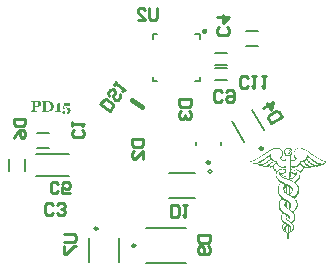
<source format=gbo>
G04*
G04 #@! TF.GenerationSoftware,Altium Limited,Altium Designer,23.1.1 (15)*
G04*
G04 Layer_Color=32896*
%FSLAX44Y44*%
%MOMM*%
G71*
G04*
G04 #@! TF.SameCoordinates,B54EA911-69F6-478F-8CB3-DEBD2400B795*
G04*
G04*
G04 #@! TF.FilePolarity,Positive*
G04*
G01*
G75*
%ADD10C,0.2000*%
%ADD11C,0.2500*%
%ADD13C,0.2540*%
%ADD51C,0.4000*%
%ADD85C,0.1270*%
G36*
X1231942Y885298D02*
X1231619D01*
Y884975D01*
X1231296D01*
Y884652D01*
X1230973D01*
Y884329D01*
X1230650D01*
Y884975D01*
X1230973D01*
Y885298D01*
X1231296D01*
Y885621D01*
X1231942D01*
Y885298D01*
D02*
G37*
G36*
X1236788Y886268D02*
X1238080D01*
Y885945D01*
X1239049D01*
Y885621D01*
X1239695D01*
Y885298D01*
X1240341D01*
Y884975D01*
X1240664D01*
Y884652D01*
X1241310D01*
Y884329D01*
X1241956D01*
Y884006D01*
X1242280D01*
Y883683D01*
X1242602D01*
Y883360D01*
X1243249D01*
Y883037D01*
X1243572D01*
Y882714D01*
X1243895D01*
Y882391D01*
X1244541D01*
Y882068D01*
X1244864D01*
Y881745D01*
X1245510D01*
Y881422D01*
X1245833D01*
Y881099D01*
X1246156D01*
Y880776D01*
X1246802D01*
Y880453D01*
X1247125D01*
Y880130D01*
X1247771D01*
Y879807D01*
X1248094D01*
Y879484D01*
X1248740D01*
Y879161D01*
X1249063D01*
Y878838D01*
X1249710D01*
Y878514D01*
X1250033D01*
Y878191D01*
X1250679D01*
Y877868D01*
X1251325D01*
Y877545D01*
X1251648D01*
Y877222D01*
X1252294D01*
Y876899D01*
X1252940D01*
Y876576D01*
X1253586D01*
Y876253D01*
X1254232D01*
Y875930D01*
X1254878D01*
Y875607D01*
X1257463D01*
Y874638D01*
X1257140D01*
Y873992D01*
X1256817D01*
Y873669D01*
X1256494D01*
Y873346D01*
X1256171D01*
Y873023D01*
X1255847D01*
Y872700D01*
X1255201D01*
Y872377D01*
X1254555D01*
Y872054D01*
X1252617D01*
Y871730D01*
X1251648D01*
Y871407D01*
X1251002D01*
Y871084D01*
X1250033D01*
Y870761D01*
X1249063D01*
Y871084D01*
X1248094D01*
Y870761D01*
X1247125D01*
Y870438D01*
X1246479D01*
Y870115D01*
X1244218D01*
Y869792D01*
X1240664D01*
Y869469D01*
X1238726D01*
Y869146D01*
X1238403D01*
Y868500D01*
X1238080D01*
Y867854D01*
X1237757D01*
Y867531D01*
X1237434D01*
Y867208D01*
X1237111D01*
Y866885D01*
X1236788D01*
Y866562D01*
X1236465D01*
Y866239D01*
X1236142D01*
Y865916D01*
X1235818D01*
Y865593D01*
X1235495D01*
Y862362D01*
X1235172D01*
Y861716D01*
X1234849D01*
Y860747D01*
X1234526D01*
Y860424D01*
X1234203D01*
Y860101D01*
X1233880D01*
Y859455D01*
X1233557D01*
Y859132D01*
X1233234D01*
Y858809D01*
X1232911D01*
Y858485D01*
X1232588D01*
Y858162D01*
X1232265D01*
Y857839D01*
X1231942D01*
Y857516D01*
X1231619D01*
Y856870D01*
X1231942D01*
Y856547D01*
X1232265D01*
Y856224D01*
X1232588D01*
Y855901D01*
X1232911D01*
Y855255D01*
X1233234D01*
Y854932D01*
X1233557D01*
Y854286D01*
X1233880D01*
Y853640D01*
X1234203D01*
Y851378D01*
X1234526D01*
Y850732D01*
X1234203D01*
Y848148D01*
X1233880D01*
Y847502D01*
X1233557D01*
Y846856D01*
X1233234D01*
Y846533D01*
X1232911D01*
Y845887D01*
X1232588D01*
Y845564D01*
X1232265D01*
Y845240D01*
X1231942D01*
Y844917D01*
X1231619D01*
Y844594D01*
X1231296D01*
Y844271D01*
X1230650D01*
Y843948D01*
X1230973D01*
Y843625D01*
X1231296D01*
Y842979D01*
X1231942D01*
Y842333D01*
X1232265D01*
Y842010D01*
X1232588D01*
Y841687D01*
X1232911D01*
Y840395D01*
X1233234D01*
Y836841D01*
X1232911D01*
Y835872D01*
X1232588D01*
Y835226D01*
X1232265D01*
Y834580D01*
X1231942D01*
Y834257D01*
X1231619D01*
Y833934D01*
X1231296D01*
Y833611D01*
X1230973D01*
Y833288D01*
X1230650D01*
Y832965D01*
X1230327D01*
Y832642D01*
X1230004D01*
Y832319D01*
X1229681D01*
Y831673D01*
X1230004D01*
Y831349D01*
X1230327D01*
Y831026D01*
X1230650D01*
Y830057D01*
X1230973D01*
Y829411D01*
X1231296D01*
Y826827D01*
X1230973D01*
Y825858D01*
X1230650D01*
Y825211D01*
X1230327D01*
Y824565D01*
X1230004D01*
Y824242D01*
X1229681D01*
Y823919D01*
X1229358D01*
Y823596D01*
X1229035D01*
Y822950D01*
X1228711D01*
Y822304D01*
X1229035D01*
Y821981D01*
X1229358D01*
Y821335D01*
X1229681D01*
Y820366D01*
X1230004D01*
Y818751D01*
X1229681D01*
Y817458D01*
X1229358D01*
Y816812D01*
X1229035D01*
Y816166D01*
X1228711D01*
Y815843D01*
X1228388D01*
Y815520D01*
X1227742D01*
Y815197D01*
X1226773D01*
Y814874D01*
X1225804D01*
Y811643D01*
X1225481D01*
Y809705D01*
X1224512D01*
Y810351D01*
X1224189D01*
Y814551D01*
X1223866D01*
Y814874D01*
X1222897D01*
Y815197D01*
X1222251D01*
Y815520D01*
X1221927D01*
Y815843D01*
X1221604D01*
Y816166D01*
X1221281D01*
Y816489D01*
X1220958D01*
Y817135D01*
X1220635D01*
Y818427D01*
X1220312D01*
Y821012D01*
X1220635D01*
Y821658D01*
X1220958D01*
Y822304D01*
X1221281D01*
Y822950D01*
X1220958D01*
Y823596D01*
X1220635D01*
Y823919D01*
X1220312D01*
Y824242D01*
X1219989D01*
Y824565D01*
X1219666D01*
Y825535D01*
X1219343D01*
Y826504D01*
X1219020D01*
Y829411D01*
X1219343D01*
Y830057D01*
X1219666D01*
Y830703D01*
X1219989D01*
Y831673D01*
X1219666D01*
Y832319D01*
X1219343D01*
Y832642D01*
X1219020D01*
Y832965D01*
X1218697D01*
Y833611D01*
X1218374D01*
Y833934D01*
X1218051D01*
Y834257D01*
X1217728D01*
Y834903D01*
X1217405D01*
Y835872D01*
X1217082D01*
Y840395D01*
X1217405D01*
Y841041D01*
X1217728D01*
Y841687D01*
X1218051D01*
Y842010D01*
X1218374D01*
Y842656D01*
X1218697D01*
Y842979D01*
X1219020D01*
Y843302D01*
X1219343D01*
Y843948D01*
X1219020D01*
Y844271D01*
X1218697D01*
Y844917D01*
X1218374D01*
Y845240D01*
X1218051D01*
Y845564D01*
X1217728D01*
Y846210D01*
X1217405D01*
Y846856D01*
X1217082D01*
Y847502D01*
X1216759D01*
Y850409D01*
X1216436D01*
Y852671D01*
X1216759D01*
Y854286D01*
X1217082D01*
Y854932D01*
X1217405D01*
Y855255D01*
X1217728D01*
Y855901D01*
X1218051D01*
Y856224D01*
X1218374D01*
Y856547D01*
X1218697D01*
Y857193D01*
X1218374D01*
Y857516D01*
X1218051D01*
Y857839D01*
X1217728D01*
Y858162D01*
X1217405D01*
Y858485D01*
X1217082D01*
Y858809D01*
X1216759D01*
Y859132D01*
X1216436D01*
Y859455D01*
X1216113D01*
Y860101D01*
X1215789D01*
Y860424D01*
X1215467D01*
Y861070D01*
X1215143D01*
Y862039D01*
X1214820D01*
Y865269D01*
X1215143D01*
Y866239D01*
X1214820D01*
Y866562D01*
X1214497D01*
Y866885D01*
X1213851D01*
Y867208D01*
X1213528D01*
Y867854D01*
X1213205D01*
Y868500D01*
X1212882D01*
Y869146D01*
X1212559D01*
Y869792D01*
X1212236D01*
Y870438D01*
X1211267D01*
Y870115D01*
X1210298D01*
Y869792D01*
X1209329D01*
Y870115D01*
X1208359D01*
Y870438D01*
X1207067D01*
Y870761D01*
X1204160D01*
Y871084D01*
X1203514D01*
Y871407D01*
X1202221D01*
Y871730D01*
X1200606D01*
Y872054D01*
X1199960D01*
Y872377D01*
X1199314D01*
Y872700D01*
X1198668D01*
Y873023D01*
X1196730D01*
Y873346D01*
X1195760D01*
Y873669D01*
X1195114D01*
Y873992D01*
X1194468D01*
Y874315D01*
X1194145D01*
Y874638D01*
X1193822D01*
Y874961D01*
X1193176D01*
Y875607D01*
X1194468D01*
Y875930D01*
X1195437D01*
Y876253D01*
X1196084D01*
Y876576D01*
X1196730D01*
Y876899D01*
X1197376D01*
Y877222D01*
X1198022D01*
Y877545D01*
X1198668D01*
Y877868D01*
X1199314D01*
Y878191D01*
X1199960D01*
Y878514D01*
X1200283D01*
Y878838D01*
X1200929D01*
Y879161D01*
X1201252D01*
Y879484D01*
X1201898D01*
Y879807D01*
X1202544D01*
Y880130D01*
X1202868D01*
Y880453D01*
X1203514D01*
Y880776D01*
X1203837D01*
Y881099D01*
X1204160D01*
Y881422D01*
X1204806D01*
Y881745D01*
X1205129D01*
Y882068D01*
X1205775D01*
Y882391D01*
X1206098D01*
Y882714D01*
X1206744D01*
Y883037D01*
X1207067D01*
Y883360D01*
X1207713D01*
Y883683D01*
X1208036D01*
Y884006D01*
X1208682D01*
Y884329D01*
X1209006D01*
Y884652D01*
X1209652D01*
Y884975D01*
X1209975D01*
Y885298D01*
X1210621D01*
Y885621D01*
X1210944D01*
Y885945D01*
X1211913D01*
Y886268D01*
X1212559D01*
Y886591D01*
X1217405D01*
Y886268D01*
X1218051D01*
Y885945D01*
X1218697D01*
Y885621D01*
X1219020D01*
Y885298D01*
X1219343D01*
Y884975D01*
X1219666D01*
Y884652D01*
X1219989D01*
Y884329D01*
X1220312D01*
Y883683D01*
X1220635D01*
Y883037D01*
X1220958D01*
Y880130D01*
X1220635D01*
Y879484D01*
X1220312D01*
Y878838D01*
X1219989D01*
Y878514D01*
X1219666D01*
Y878191D01*
X1219343D01*
Y877222D01*
X1219666D01*
Y876899D01*
X1219989D01*
Y876576D01*
X1220312D01*
Y876253D01*
X1221927D01*
Y876576D01*
X1222573D01*
Y877222D01*
X1222897D01*
Y879807D01*
X1222573D01*
Y881099D01*
X1222251D01*
Y881745D01*
X1221927D01*
Y884652D01*
X1222251D01*
Y885298D01*
X1222573D01*
Y885621D01*
X1222897D01*
Y885945D01*
X1223543D01*
Y886268D01*
X1223866D01*
Y886591D01*
X1226773D01*
Y886268D01*
X1227419D01*
Y885945D01*
X1227742D01*
Y885621D01*
X1228065D01*
Y884975D01*
X1228388D01*
Y884006D01*
X1228711D01*
Y883037D01*
X1228388D01*
Y881745D01*
X1228065D01*
Y881099D01*
X1227742D01*
Y876576D01*
X1230650D01*
Y876899D01*
X1231296D01*
Y877545D01*
X1230973D01*
Y878191D01*
X1230650D01*
Y878514D01*
X1230327D01*
Y879161D01*
X1230004D01*
Y880130D01*
X1229681D01*
Y883037D01*
X1230004D01*
Y883683D01*
X1230327D01*
Y884329D01*
X1230650D01*
Y883360D01*
X1230327D01*
Y880776D01*
X1230650D01*
Y880130D01*
X1230973D01*
Y879484D01*
X1231296D01*
Y879161D01*
X1231619D01*
Y878838D01*
X1231942D01*
Y878514D01*
X1232265D01*
Y878191D01*
X1232588D01*
Y877868D01*
X1232265D01*
Y877222D01*
X1231942D01*
Y876899D01*
X1231619D01*
Y876576D01*
X1231296D01*
Y876253D01*
X1230973D01*
Y875930D01*
X1230327D01*
Y875607D01*
X1228388D01*
Y875930D01*
X1227419D01*
Y871730D01*
X1227742D01*
Y871407D01*
X1228388D01*
Y871084D01*
X1230973D01*
Y871407D01*
X1232265D01*
Y871730D01*
X1232588D01*
Y872054D01*
X1233234D01*
Y872377D01*
X1233557D01*
Y872700D01*
X1233880D01*
Y873023D01*
X1234203D01*
Y873669D01*
X1234526D01*
Y874315D01*
X1234849D01*
Y875607D01*
X1234526D01*
Y875930D01*
X1237757D01*
Y876253D01*
X1238403D01*
Y876576D01*
X1239049D01*
Y876899D01*
X1239372D01*
Y877222D01*
X1239695D01*
Y877545D01*
X1240018D01*
Y878191D01*
X1240341D01*
Y878838D01*
X1240664D01*
Y879807D01*
X1240987D01*
Y881099D01*
X1240664D01*
Y881422D01*
X1241310D01*
Y880776D01*
X1241633D01*
Y880453D01*
X1241956D01*
Y879807D01*
X1242280D01*
Y879484D01*
X1242602D01*
Y879161D01*
X1243249D01*
Y878838D01*
X1243572D01*
Y878514D01*
X1243895D01*
Y878191D01*
X1244218D01*
Y877868D01*
X1244541D01*
Y877545D01*
X1245187D01*
Y877222D01*
X1245510D01*
Y876899D01*
X1245833D01*
Y876576D01*
X1246479D01*
Y876253D01*
X1246802D01*
Y875930D01*
X1247448D01*
Y875607D01*
X1247771D01*
Y875284D01*
X1248417D01*
Y874961D01*
X1249063D01*
Y874638D01*
X1249710D01*
Y874315D01*
X1250356D01*
Y873992D01*
X1251325D01*
Y873669D01*
X1252940D01*
Y873346D01*
X1254878D01*
Y873669D01*
X1255525D01*
Y873992D01*
X1255847D01*
Y874315D01*
X1256171D01*
Y874961D01*
X1255525D01*
Y875284D01*
X1254555D01*
Y875607D01*
X1253586D01*
Y875930D01*
X1252940D01*
Y876253D01*
X1252617D01*
Y876576D01*
X1251971D01*
Y876899D01*
X1251325D01*
Y877222D01*
X1250679D01*
Y877545D01*
X1250033D01*
Y877868D01*
X1249710D01*
Y878191D01*
X1249063D01*
Y878514D01*
X1248417D01*
Y878838D01*
X1248094D01*
Y879161D01*
X1247448D01*
Y879484D01*
X1247125D01*
Y879807D01*
X1246802D01*
Y880130D01*
X1246156D01*
Y880453D01*
X1245833D01*
Y880776D01*
X1245187D01*
Y881099D01*
X1244864D01*
Y881422D01*
X1244218D01*
Y881745D01*
X1243895D01*
Y882068D01*
X1243572D01*
Y882391D01*
X1242926D01*
Y882714D01*
X1242602D01*
Y883037D01*
X1241956D01*
Y883360D01*
X1241633D01*
Y883683D01*
X1240987D01*
Y884006D01*
X1240664D01*
Y884329D01*
X1240018D01*
Y884652D01*
X1239372D01*
Y884975D01*
X1238726D01*
Y885298D01*
X1238080D01*
Y885621D01*
X1237111D01*
Y885945D01*
X1236142D01*
Y886268D01*
X1233557D01*
Y885945D01*
X1232588D01*
Y885621D01*
X1231942D01*
Y885945D01*
X1232265D01*
Y886268D01*
X1233234D01*
Y886591D01*
X1236788D01*
Y886268D01*
D02*
G37*
G36*
X1031750Y924495D02*
Y924437D01*
X1031736Y924349D01*
Y924232D01*
X1031721Y924086D01*
Y923910D01*
X1031706Y923720D01*
Y923515D01*
Y923486D01*
Y923427D01*
Y923310D01*
Y923179D01*
X1031692Y923032D01*
Y922857D01*
Y922520D01*
Y918731D01*
Y918716D01*
Y918687D01*
Y918643D01*
X1031706Y918599D01*
X1031736Y918453D01*
X1031780Y918321D01*
X1031794Y918292D01*
X1031853Y918234D01*
X1031941Y918146D01*
X1032072Y918073D01*
X1032087D01*
X1032102Y918058D01*
X1032145Y918043D01*
X1032204Y918014D01*
X1032277Y917999D01*
X1032380Y917970D01*
X1032497Y917941D01*
X1032628Y917912D01*
X1032643D01*
X1032687Y917897D01*
X1032760D01*
X1032848Y917882D01*
X1033038Y917868D01*
X1033140Y917853D01*
X1033214D01*
Y917370D01*
X1027903D01*
Y917853D01*
X1028049D01*
X1028137Y917868D01*
X1028239D01*
X1028371Y917882D01*
X1028517Y917897D01*
X1028532D01*
X1028590Y917912D01*
X1028663Y917926D01*
X1028751Y917941D01*
X1028941Y917970D01*
X1029015Y917999D01*
X1029088Y918014D01*
X1029102D01*
X1029117Y918029D01*
X1029205Y918058D01*
X1029293Y918131D01*
X1029395Y918234D01*
Y918248D01*
X1029410Y918263D01*
X1029454Y918351D01*
X1029497Y918482D01*
X1029512Y918658D01*
Y922769D01*
X1027873D01*
Y923383D01*
X1028429D01*
X1028561Y923398D01*
X1028707Y923413D01*
X1028868Y923427D01*
X1029190Y923501D01*
X1029205D01*
X1029263Y923515D01*
X1029336Y923544D01*
X1029424Y923588D01*
X1029658Y923676D01*
X1029878Y923793D01*
X1029892Y923808D01*
X1029922Y923822D01*
X1029980Y923866D01*
X1030039Y923910D01*
X1030185Y924027D01*
X1030331Y924159D01*
X1030346Y924174D01*
X1030361Y924188D01*
X1030434Y924276D01*
X1030521Y924393D01*
X1030609Y924510D01*
X1031750D01*
Y924495D01*
D02*
G37*
G36*
X1021714Y926485D02*
X1021933Y926470D01*
X1022182Y926456D01*
X1022460Y926412D01*
X1022767Y926368D01*
X1023089Y926295D01*
X1023104D01*
X1023133Y926280D01*
X1023177Y926266D01*
X1023235Y926251D01*
X1023323Y926236D01*
X1023411Y926207D01*
X1023645Y926119D01*
X1023894Y926017D01*
X1024186Y925900D01*
X1024494Y925739D01*
X1024801Y925549D01*
X1024816D01*
X1024845Y925519D01*
X1024889Y925490D01*
X1024933Y925446D01*
X1025094Y925329D01*
X1025284Y925168D01*
X1025503Y924949D01*
X1025723Y924700D01*
X1025942Y924408D01*
X1026147Y924086D01*
Y924071D01*
X1026176Y924042D01*
X1026191Y923998D01*
X1026235Y923925D01*
X1026264Y923837D01*
X1026308Y923735D01*
X1026367Y923603D01*
X1026410Y923471D01*
X1026454Y923310D01*
X1026513Y923149D01*
X1026586Y922769D01*
X1026644Y922330D01*
X1026674Y921862D01*
Y921847D01*
Y921818D01*
Y921745D01*
Y921672D01*
X1026659Y921569D01*
X1026644Y921452D01*
X1026615Y921174D01*
X1026557Y920867D01*
X1026484Y920516D01*
X1026367Y920179D01*
X1026206Y919843D01*
Y919828D01*
X1026191Y919799D01*
X1026162Y919755D01*
X1026118Y919697D01*
X1026015Y919550D01*
X1025884Y919345D01*
X1025708Y919126D01*
X1025503Y918892D01*
X1025269Y918658D01*
X1024991Y918438D01*
X1024977D01*
X1024962Y918409D01*
X1024918Y918380D01*
X1024859Y918351D01*
X1024786Y918307D01*
X1024699Y918248D01*
X1024479Y918131D01*
X1024216Y917999D01*
X1023923Y917868D01*
X1023587Y917751D01*
X1023235Y917634D01*
X1023221D01*
X1023192Y917619D01*
X1023133Y917605D01*
X1023060Y917590D01*
X1022972Y917575D01*
X1022870Y917546D01*
X1022753Y917531D01*
X1022606Y917502D01*
X1022299Y917458D01*
X1021948Y917414D01*
X1021568Y917385D01*
X1021173Y917370D01*
X1016579D01*
Y917868D01*
X1016725D01*
X1016886Y917882D01*
X1017091Y917897D01*
X1017135D01*
X1017193Y917912D01*
X1017252D01*
X1017398Y917941D01*
X1017457Y917956D01*
X1017500Y917970D01*
X1017515D01*
X1017544Y917985D01*
X1017632Y918043D01*
X1017735Y918131D01*
X1017822Y918234D01*
Y918248D01*
X1017837Y918263D01*
X1017881Y918351D01*
X1017910Y918468D01*
X1017925Y918629D01*
Y925110D01*
Y925125D01*
Y925154D01*
X1017910Y925241D01*
X1017895Y925373D01*
X1017837Y925505D01*
Y925519D01*
X1017822Y925534D01*
X1017764Y925607D01*
X1017661Y925710D01*
X1017588Y925754D01*
X1017500Y925798D01*
X1017486D01*
X1017457Y925812D01*
X1017413Y925827D01*
X1017354Y925856D01*
X1017193Y925900D01*
X1016988Y925944D01*
X1016974D01*
X1016945Y925958D01*
X1016901D01*
X1016842Y925973D01*
X1016710Y925988D01*
X1016579Y926002D01*
Y926500D01*
X1021553D01*
X1021714Y926485D01*
D02*
G37*
G36*
X1012658D02*
X1012804D01*
X1012980Y926470D01*
X1013170Y926456D01*
X1013375Y926427D01*
X1013799Y926368D01*
X1014238Y926266D01*
X1014662Y926119D01*
X1014852Y926032D01*
X1015028Y925929D01*
X1015042D01*
X1015072Y925900D01*
X1015116Y925871D01*
X1015160Y925827D01*
X1015306Y925695D01*
X1015467Y925505D01*
X1015628Y925271D01*
X1015774Y924978D01*
X1015818Y924803D01*
X1015862Y924627D01*
X1015891Y924422D01*
X1015906Y924217D01*
Y924203D01*
Y924188D01*
Y924144D01*
Y924086D01*
X1015891Y923939D01*
X1015862Y923764D01*
X1015833Y923559D01*
X1015774Y923325D01*
X1015686Y923105D01*
X1015584Y922886D01*
X1015569Y922857D01*
X1015525Y922798D01*
X1015452Y922696D01*
X1015350Y922564D01*
X1015233Y922418D01*
X1015072Y922272D01*
X1014911Y922125D01*
X1014706Y921979D01*
X1014677Y921964D01*
X1014604Y921920D01*
X1014487Y921862D01*
X1014326Y921774D01*
X1014121Y921686D01*
X1013901Y921599D01*
X1013653Y921525D01*
X1013375Y921452D01*
X1013345D01*
X1013301Y921438D01*
X1013243Y921423D01*
X1013097Y921408D01*
X1012892Y921379D01*
X1012643Y921350D01*
X1012350Y921335D01*
X1012043Y921306D01*
X1010961D01*
Y918731D01*
Y918716D01*
Y918687D01*
Y918643D01*
X1010975Y918599D01*
X1011004Y918453D01*
X1011048Y918321D01*
X1011063Y918292D01*
X1011122Y918219D01*
X1011224Y918131D01*
X1011297Y918087D01*
X1011385Y918043D01*
X1011414D01*
X1011487Y918014D01*
X1011531Y917999D01*
X1011604Y917985D01*
X1011692Y917956D01*
X1011795Y917941D01*
X1011809D01*
X1011853Y917926D01*
X1011897D01*
X1011970Y917912D01*
X1012146Y917882D01*
X1012307Y917868D01*
Y917370D01*
X1007332D01*
Y917868D01*
X1007405D01*
X1007464Y917882D01*
X1007610Y917897D01*
X1007815Y917912D01*
X1007830D01*
X1007874Y917926D01*
X1007917D01*
X1007991Y917941D01*
X1008137Y917970D01*
X1008195Y917985D01*
X1008254Y917999D01*
X1008269D01*
X1008298Y918014D01*
X1008386Y918073D01*
X1008503Y918146D01*
X1008547Y918190D01*
X1008590Y918248D01*
X1008605Y918278D01*
X1008634Y918351D01*
X1008664Y918482D01*
X1008678Y918672D01*
Y925110D01*
Y925125D01*
Y925154D01*
Y925198D01*
X1008664Y925241D01*
X1008649Y925373D01*
X1008590Y925505D01*
Y925519D01*
X1008576Y925534D01*
X1008517Y925607D01*
X1008474Y925651D01*
X1008415Y925695D01*
X1008342Y925739D01*
X1008254Y925783D01*
X1008239D01*
X1008225Y925798D01*
X1008181Y925812D01*
X1008122Y925827D01*
X1007976Y925871D01*
X1007771Y925915D01*
X1007757D01*
X1007727Y925929D01*
X1007669D01*
X1007610Y925944D01*
X1007464Y925973D01*
X1007332Y926002D01*
Y926500D01*
X1012541D01*
X1012658Y926485D01*
D02*
G37*
G36*
X1040631Y922535D02*
X1035671D01*
X1035393Y920414D01*
X1035408Y920428D01*
X1035452Y920443D01*
X1035540Y920487D01*
X1035642Y920545D01*
X1035759Y920604D01*
X1035920Y920677D01*
X1036096Y920750D01*
X1036286Y920823D01*
X1036315Y920838D01*
X1036388Y920852D01*
X1036491Y920882D01*
X1036652Y920926D01*
X1036842Y920969D01*
X1037061Y920999D01*
X1037310Y921013D01*
X1037573Y921028D01*
X1037778D01*
X1037924Y921013D01*
X1038100Y920999D01*
X1038290Y920969D01*
X1038700Y920896D01*
X1038729D01*
X1038802Y920867D01*
X1038905Y920838D01*
X1039051Y920794D01*
X1039212Y920721D01*
X1039388Y920648D01*
X1039592Y920545D01*
X1039782Y920428D01*
X1039797Y920414D01*
X1039870Y920370D01*
X1039958Y920296D01*
X1040061Y920194D01*
X1040192Y920077D01*
X1040324Y919916D01*
X1040455Y919755D01*
X1040587Y919550D01*
X1040602Y919521D01*
X1040646Y919448D01*
X1040690Y919331D01*
X1040763Y919184D01*
X1040821Y918980D01*
X1040865Y918760D01*
X1040909Y918497D01*
X1040924Y918204D01*
Y918190D01*
Y918146D01*
Y918073D01*
X1040909Y917970D01*
X1040894Y917853D01*
X1040865Y917707D01*
X1040836Y917561D01*
X1040792Y917385D01*
X1040733Y917209D01*
X1040660Y917034D01*
X1040573Y916829D01*
X1040455Y916639D01*
X1040339Y916449D01*
X1040192Y916258D01*
X1040017Y916083D01*
X1039826Y915907D01*
X1039812Y915893D01*
X1039782Y915863D01*
X1039709Y915820D01*
X1039622Y915761D01*
X1039519Y915703D01*
X1039388Y915615D01*
X1039241Y915542D01*
X1039066Y915454D01*
X1038875Y915366D01*
X1038656Y915293D01*
X1038422Y915205D01*
X1038173Y915147D01*
X1037910Y915088D01*
X1037632Y915044D01*
X1037325Y915015D01*
X1037017Y915000D01*
X1036886D01*
X1036798Y915015D01*
X1036681D01*
X1036549Y915030D01*
X1036403Y915044D01*
X1036257Y915073D01*
X1035906Y915147D01*
X1035540Y915234D01*
X1035174Y915381D01*
X1034823Y915571D01*
X1034808D01*
X1034779Y915600D01*
X1034735Y915629D01*
X1034691Y915673D01*
X1034545Y915790D01*
X1034384Y915951D01*
X1034223Y916156D01*
X1034077Y916376D01*
X1034033Y916507D01*
X1033989Y916639D01*
X1033960Y916770D01*
X1033945Y916917D01*
Y916932D01*
Y916990D01*
X1033960Y917078D01*
X1033974Y917180D01*
X1034018Y917297D01*
X1034062Y917429D01*
X1034135Y917561D01*
X1034223Y917678D01*
X1034238Y917692D01*
X1034281Y917721D01*
X1034340Y917780D01*
X1034428Y917839D01*
X1034545Y917897D01*
X1034677Y917956D01*
X1034837Y917985D01*
X1035013Y917999D01*
X1035101D01*
X1035189Y917985D01*
X1035306Y917970D01*
X1035437Y917926D01*
X1035569Y917882D01*
X1035701Y917809D01*
X1035832Y917721D01*
X1035847Y917707D01*
X1035891Y917678D01*
X1035935Y917605D01*
X1036008Y917531D01*
X1036066Y917414D01*
X1036110Y917297D01*
X1036154Y917151D01*
X1036169Y916990D01*
Y916975D01*
Y916932D01*
Y916873D01*
X1036154Y916785D01*
X1036140Y916683D01*
X1036125Y916566D01*
X1036052Y916288D01*
Y916273D01*
X1036037Y916229D01*
X1036022Y916156D01*
X1035993Y916068D01*
X1035935Y915878D01*
X1035906Y915790D01*
X1035876Y915703D01*
X1035906Y915688D01*
X1035979Y915673D01*
X1036081Y915644D01*
X1036227Y915615D01*
X1036271D01*
X1036359Y915600D01*
X1036491Y915585D01*
X1036681D01*
X1036754Y915600D01*
X1036856Y915615D01*
X1036959Y915629D01*
X1037076Y915659D01*
X1037208Y915703D01*
X1037339Y915761D01*
X1037354Y915776D01*
X1037398Y915790D01*
X1037471Y915834D01*
X1037544Y915878D01*
X1037646Y915951D01*
X1037734Y916039D01*
X1037837Y916127D01*
X1037939Y916244D01*
X1037954Y916258D01*
X1037983Y916302D01*
X1038042Y916376D01*
X1038100Y916478D01*
X1038173Y916610D01*
X1038246Y916756D01*
X1038319Y916917D01*
X1038378Y917092D01*
X1038393Y917122D01*
X1038407Y917180D01*
X1038437Y917283D01*
X1038466Y917414D01*
X1038495Y917575D01*
X1038510Y917765D01*
X1038539Y917970D01*
Y918204D01*
Y918219D01*
Y918248D01*
Y918292D01*
Y918351D01*
X1038510Y918526D01*
X1038480Y918731D01*
X1038422Y918965D01*
X1038334Y919214D01*
X1038202Y919463D01*
X1038042Y919697D01*
X1038027Y919726D01*
X1037954Y919784D01*
X1037851Y919887D01*
X1037705Y919989D01*
X1037529Y920092D01*
X1037310Y920194D01*
X1037076Y920253D01*
X1036798Y920282D01*
X1036695D01*
X1036593Y920267D01*
X1036447Y920253D01*
X1036286Y920223D01*
X1036125Y920179D01*
X1035949Y920121D01*
X1035788Y920033D01*
X1035774Y920018D01*
X1035715Y919989D01*
X1035642Y919931D01*
X1035540Y919857D01*
X1035437Y919770D01*
X1035306Y919667D01*
X1035174Y919536D01*
X1035057Y919404D01*
X1034574Y919565D01*
X1035203Y924305D01*
X1040631D01*
Y922535D01*
D02*
G37*
%LPC*%
G36*
X1225804Y885945D02*
X1224189D01*
Y885621D01*
X1223543D01*
Y885298D01*
X1223220D01*
Y884975D01*
X1222897D01*
Y884652D01*
X1222573D01*
Y882068D01*
X1222897D01*
Y881745D01*
X1223220D01*
Y881422D01*
X1223543D01*
Y881099D01*
X1223866D01*
Y880776D01*
X1224512D01*
Y880453D01*
X1225804D01*
Y880776D01*
X1226773D01*
Y881099D01*
X1227096D01*
Y881422D01*
X1227419D01*
Y882068D01*
X1227742D01*
Y883037D01*
X1228065D01*
Y883683D01*
X1227742D01*
Y884652D01*
X1227419D01*
Y884975D01*
X1227096D01*
Y885298D01*
X1226773D01*
Y885621D01*
X1225804D01*
Y885945D01*
D02*
G37*
G36*
X1209006Y879484D02*
X1208682D01*
Y879161D01*
X1208359D01*
Y878838D01*
X1208036D01*
Y878514D01*
X1207390D01*
Y878191D01*
X1207067D01*
Y877868D01*
X1206744D01*
Y877545D01*
X1206098D01*
Y877222D01*
X1205775D01*
Y876899D01*
X1205452D01*
Y876576D01*
X1204806D01*
Y876253D01*
X1204483D01*
Y875930D01*
X1204160D01*
Y875607D01*
X1203514D01*
Y875284D01*
X1203191D01*
Y874961D01*
X1202544D01*
Y874638D01*
X1201898D01*
Y874315D01*
X1201252D01*
Y873992D01*
X1200929D01*
Y873669D01*
X1199960D01*
Y873346D01*
X1199637D01*
Y873023D01*
X1199960D01*
Y872700D01*
X1203191D01*
Y873023D01*
X1203837D01*
Y873346D01*
X1204483D01*
Y873669D01*
X1205129D01*
Y873992D01*
X1205452D01*
Y874315D01*
X1206098D01*
Y874638D01*
X1206421D01*
Y874961D01*
X1207067D01*
Y875284D01*
X1207390D01*
Y875607D01*
X1208036D01*
Y875930D01*
X1208359D01*
Y876253D01*
X1209006D01*
Y876576D01*
X1209329D01*
Y876899D01*
X1209652D01*
Y877222D01*
X1209975D01*
Y877545D01*
X1209652D01*
Y878514D01*
X1209329D01*
Y879161D01*
X1209006D01*
Y879484D01*
D02*
G37*
G36*
X1242280Y878514D02*
X1241310D01*
Y876899D01*
X1241633D01*
Y876253D01*
X1241956D01*
Y875930D01*
X1242280D01*
Y875607D01*
X1242602D01*
Y875284D01*
X1243249D01*
Y874961D01*
X1243572D01*
Y874638D01*
X1243895D01*
Y874315D01*
X1244218D01*
Y873992D01*
X1244864D01*
Y873669D01*
X1245187D01*
Y873346D01*
X1245833D01*
Y873023D01*
X1246479D01*
Y872700D01*
X1247125D01*
Y872377D01*
X1247771D01*
Y872054D01*
X1249387D01*
Y871730D01*
X1249710D01*
Y872054D01*
X1250356D01*
Y872700D01*
X1250033D01*
Y873023D01*
X1249710D01*
Y873346D01*
X1249063D01*
Y873669D01*
X1248417D01*
Y873992D01*
X1248094D01*
Y874315D01*
X1247448D01*
Y874638D01*
X1247125D01*
Y874961D01*
X1246479D01*
Y875284D01*
X1246156D01*
Y875607D01*
X1245510D01*
Y875930D01*
X1245187D01*
Y876253D01*
X1244864D01*
Y876576D01*
X1244218D01*
Y876899D01*
X1243895D01*
Y877222D01*
X1243572D01*
Y877545D01*
X1243249D01*
Y877868D01*
X1242926D01*
Y878191D01*
X1242280D01*
Y878514D01*
D02*
G37*
G36*
X1210944Y876576D02*
X1209975D01*
Y876253D01*
X1209329D01*
Y875930D01*
X1209006D01*
Y875607D01*
X1208682D01*
Y875284D01*
X1208359D01*
Y874961D01*
X1208036D01*
Y874638D01*
X1207713D01*
Y874315D01*
X1207067D01*
Y873992D01*
X1206744D01*
Y873669D01*
X1206421D01*
Y873346D01*
X1205775D01*
Y873023D01*
X1205452D01*
Y872700D01*
X1204806D01*
Y872377D01*
X1204160D01*
Y872054D01*
X1203837D01*
Y871407D01*
X1206421D01*
Y871730D01*
X1207390D01*
Y872054D01*
X1207713D01*
Y872377D01*
X1208359D01*
Y872700D01*
X1208682D01*
Y873023D01*
X1209329D01*
Y873346D01*
X1209652D01*
Y873669D01*
X1210298D01*
Y873992D01*
X1210621D01*
Y874315D01*
X1210944D01*
Y874638D01*
X1211267D01*
Y874961D01*
X1211913D01*
Y875607D01*
X1211590D01*
Y875930D01*
X1211267D01*
Y876253D01*
X1210944D01*
Y876576D01*
D02*
G37*
G36*
X1240664Y876253D02*
X1240018D01*
Y875930D01*
X1239695D01*
Y875607D01*
X1239372D01*
Y875284D01*
X1239049D01*
Y874638D01*
X1239372D01*
Y874315D01*
X1239695D01*
Y873992D01*
X1240018D01*
Y873669D01*
X1240341D01*
Y873346D01*
X1240664D01*
Y873023D01*
X1240987D01*
Y872700D01*
X1241633D01*
Y872377D01*
X1241956D01*
Y872054D01*
X1242602D01*
Y871730D01*
X1243249D01*
Y871407D01*
X1244218D01*
Y871084D01*
X1246479D01*
Y871730D01*
X1246156D01*
Y872054D01*
X1245510D01*
Y872377D01*
X1244864D01*
Y872700D01*
X1244541D01*
Y873023D01*
X1244218D01*
Y873346D01*
X1243572D01*
Y873669D01*
X1243249D01*
Y873992D01*
X1242926D01*
Y874315D01*
X1242280D01*
Y874638D01*
X1241956D01*
Y874961D01*
X1241633D01*
Y875284D01*
X1241310D01*
Y875607D01*
X1240987D01*
Y875930D01*
X1240664D01*
Y876253D01*
D02*
G37*
G36*
X1217082Y885945D02*
X1212882D01*
Y885621D01*
X1212236D01*
Y885298D01*
X1211590D01*
Y884975D01*
X1210944D01*
Y884652D01*
X1210298D01*
Y884329D01*
X1209652D01*
Y884006D01*
X1209006D01*
Y883683D01*
X1208682D01*
Y883360D01*
X1208359D01*
Y883037D01*
X1207713D01*
Y882714D01*
X1207390D01*
Y882391D01*
X1206744D01*
Y882068D01*
X1206421D01*
Y881745D01*
X1205775D01*
Y881422D01*
X1205452D01*
Y881099D01*
X1204806D01*
Y880776D01*
X1204483D01*
Y880453D01*
X1204160D01*
Y880130D01*
X1203514D01*
Y879807D01*
X1203191D01*
Y879484D01*
X1202544D01*
Y879161D01*
X1201898D01*
Y878838D01*
X1201575D01*
Y878514D01*
X1200929D01*
Y878191D01*
X1200606D01*
Y877868D01*
X1199960D01*
Y877545D01*
X1199314D01*
Y877222D01*
X1198668D01*
Y876899D01*
X1198022D01*
Y876576D01*
X1197699D01*
Y876253D01*
X1196730D01*
Y875930D01*
X1196084D01*
Y875607D01*
X1195437D01*
Y875284D01*
X1194791D01*
Y874961D01*
X1194468D01*
Y874638D01*
X1194791D01*
Y874315D01*
X1195760D01*
Y873992D01*
X1198345D01*
Y874315D01*
X1199314D01*
Y874638D01*
X1199960D01*
Y874961D01*
X1200606D01*
Y875284D01*
X1201252D01*
Y875607D01*
X1201898D01*
Y875930D01*
X1202544D01*
Y876253D01*
X1202868D01*
Y876576D01*
X1203514D01*
Y876899D01*
X1203837D01*
Y877222D01*
X1204483D01*
Y877545D01*
X1205129D01*
Y877868D01*
X1205452D01*
Y878191D01*
X1206098D01*
Y878514D01*
X1206421D01*
Y878838D01*
X1207067D01*
Y879161D01*
X1207390D01*
Y879484D01*
X1207713D01*
Y879807D01*
X1208359D01*
Y880130D01*
X1208682D01*
Y880453D01*
X1209006D01*
Y880776D01*
X1209329D01*
Y881099D01*
X1209652D01*
Y881745D01*
X1209975D01*
Y881422D01*
X1210298D01*
Y879161D01*
X1210621D01*
Y878514D01*
X1210944D01*
Y877868D01*
X1211267D01*
Y877545D01*
X1211590D01*
Y877222D01*
X1211913D01*
Y876899D01*
X1212236D01*
Y876576D01*
X1212882D01*
Y876253D01*
X1213205D01*
Y875930D01*
X1214820D01*
Y875607D01*
X1216113D01*
Y875284D01*
X1215789D01*
Y873669D01*
X1216113D01*
Y873023D01*
X1216436D01*
Y872700D01*
X1216759D01*
Y872377D01*
X1217082D01*
Y872054D01*
X1217405D01*
Y871730D01*
X1217728D01*
Y871407D01*
X1218374D01*
Y871084D01*
X1219343D01*
Y870761D01*
X1221927D01*
Y871084D01*
X1222573D01*
Y871730D01*
X1222897D01*
Y875607D01*
Y875930D01*
X1222251D01*
Y875607D01*
X1219989D01*
Y875930D01*
X1219666D01*
Y876253D01*
X1219343D01*
Y876576D01*
X1219020D01*
Y876899D01*
X1218697D01*
Y877222D01*
X1218374D01*
Y877868D01*
X1218051D01*
Y878514D01*
X1218374D01*
Y878838D01*
X1218697D01*
Y879161D01*
X1219020D01*
Y879484D01*
X1219343D01*
Y879807D01*
X1219666D01*
Y880453D01*
X1219989D01*
Y881099D01*
X1220312D01*
Y883360D01*
X1219989D01*
Y884006D01*
X1219666D01*
Y884329D01*
X1219343D01*
Y884652D01*
X1219020D01*
Y884975D01*
X1218697D01*
Y885298D01*
X1218051D01*
Y885621D01*
X1217082D01*
Y885945D01*
D02*
G37*
G36*
X1213528Y875284D02*
X1212559D01*
Y874961D01*
X1212236D01*
Y874638D01*
X1211913D01*
Y874315D01*
X1211590D01*
Y873992D01*
X1211267D01*
Y873669D01*
X1210944D01*
Y873346D01*
X1210621D01*
Y873023D01*
X1210298D01*
Y872700D01*
X1209975D01*
Y872377D01*
X1209652D01*
Y872054D01*
X1209329D01*
Y871730D01*
X1208682D01*
Y871407D01*
X1208359D01*
Y871084D01*
X1208682D01*
Y870761D01*
X1209975D01*
Y871084D01*
X1210944D01*
Y871407D01*
X1211590D01*
Y871730D01*
X1212236D01*
Y872054D01*
X1212559D01*
Y872377D01*
X1212882D01*
Y872700D01*
X1213205D01*
Y873023D01*
X1213528D01*
Y873346D01*
X1213851D01*
Y873669D01*
X1214174D01*
Y873992D01*
X1214497D01*
Y874315D01*
Y874638D01*
Y874961D01*
X1213528D01*
Y875284D01*
D02*
G37*
G36*
X1238080Y874961D02*
X1236142D01*
Y873346D01*
X1236465D01*
Y873023D01*
X1236788D01*
Y872700D01*
X1237111D01*
Y872377D01*
X1237434D01*
Y872054D01*
X1237757D01*
Y871730D01*
X1238080D01*
Y871407D01*
X1238726D01*
Y871084D01*
X1239049D01*
Y870761D01*
X1240018D01*
Y870438D01*
X1241310D01*
Y870761D01*
X1241633D01*
Y871084D01*
X1241310D01*
Y871407D01*
X1240664D01*
Y871730D01*
X1240341D01*
Y872054D01*
X1240018D01*
Y872377D01*
X1239695D01*
Y873023D01*
X1239372D01*
Y873346D01*
X1239049D01*
Y873669D01*
X1238726D01*
Y873992D01*
X1238403D01*
Y874638D01*
X1238080D01*
Y874961D01*
D02*
G37*
G36*
X1235818Y872377D02*
X1234849D01*
Y872054D01*
X1234526D01*
Y871730D01*
X1234203D01*
Y871407D01*
X1233880D01*
Y871084D01*
X1233557D01*
Y870761D01*
X1232911D01*
Y870438D01*
X1232265D01*
Y870115D01*
X1230973D01*
Y869792D01*
X1228065D01*
Y870115D01*
X1227742D01*
Y869792D01*
X1227419D01*
Y868823D01*
X1227742D01*
Y868500D01*
X1228388D01*
Y868823D01*
X1231942D01*
Y868500D01*
X1232588D01*
Y868177D01*
X1233234D01*
Y867854D01*
X1233880D01*
Y867531D01*
X1234203D01*
Y867208D01*
X1234849D01*
Y866885D01*
X1235172D01*
Y867208D01*
X1235495D01*
Y867531D01*
X1236142D01*
Y867854D01*
X1236465D01*
Y868177D01*
X1236788D01*
Y868823D01*
X1237111D01*
Y869146D01*
X1237434D01*
Y869469D01*
X1237757D01*
Y870438D01*
X1237434D01*
Y870761D01*
X1237111D01*
Y871084D01*
X1236788D01*
Y871407D01*
X1236465D01*
Y871730D01*
X1236142D01*
Y872054D01*
X1235818D01*
Y872377D01*
D02*
G37*
G36*
X1215143Y873023D02*
X1214497D01*
Y872700D01*
X1214174D01*
Y872377D01*
X1213851D01*
Y872054D01*
X1213528D01*
Y871730D01*
X1213205D01*
Y871084D01*
X1212882D01*
Y870115D01*
X1213205D01*
Y869792D01*
X1213528D01*
Y869146D01*
X1213851D01*
Y868823D01*
X1214174D01*
Y868500D01*
X1214497D01*
Y868177D01*
X1214820D01*
Y867854D01*
X1215143D01*
Y867531D01*
X1215789D01*
Y867208D01*
X1216436D01*
Y867531D01*
X1216759D01*
Y867854D01*
X1217082D01*
Y868177D01*
X1217728D01*
Y868500D01*
X1218374D01*
Y868823D01*
X1221604D01*
Y868500D01*
X1222897D01*
Y869792D01*
X1219020D01*
Y870115D01*
X1218051D01*
Y870438D01*
X1217728D01*
Y870761D01*
X1217082D01*
Y871084D01*
X1216759D01*
Y871407D01*
X1216436D01*
Y871730D01*
X1216113D01*
Y872054D01*
X1215789D01*
Y872377D01*
X1215467D01*
Y872700D01*
X1215143D01*
Y873023D01*
D02*
G37*
G36*
X1220958Y868500D02*
X1219666D01*
Y868177D01*
X1218374D01*
Y867854D01*
X1217728D01*
Y867531D01*
X1217082D01*
Y867208D01*
X1216759D01*
Y866885D01*
X1216436D01*
Y866562D01*
X1216113D01*
Y866239D01*
X1215789D01*
Y865593D01*
X1215467D01*
Y864300D01*
X1215143D01*
Y863331D01*
X1215467D01*
Y862039D01*
X1215789D01*
Y861393D01*
X1216113D01*
Y861070D01*
X1216436D01*
Y860747D01*
X1216759D01*
Y860101D01*
X1217082D01*
Y859778D01*
X1217728D01*
Y859455D01*
X1218051D01*
Y859132D01*
X1218374D01*
Y858809D01*
X1219020D01*
Y858485D01*
X1219666D01*
Y858162D01*
X1219989D01*
Y857839D01*
X1220635D01*
Y857516D01*
X1221281D01*
Y857193D01*
X1221927D01*
Y856870D01*
X1222573D01*
Y856547D01*
X1223543D01*
Y856224D01*
X1224189D01*
Y855901D01*
X1224835D01*
Y855578D01*
X1225481D01*
Y855255D01*
X1226127D01*
Y854932D01*
X1226773D01*
Y854609D01*
X1227096D01*
Y854286D01*
X1227742D01*
Y853963D01*
X1228065D01*
Y853640D01*
X1228388D01*
Y852994D01*
X1228711D01*
Y852671D01*
X1229035D01*
Y850409D01*
X1228711D01*
Y850086D01*
Y849763D01*
X1228388D01*
Y849117D01*
X1228065D01*
Y848794D01*
X1227742D01*
Y848471D01*
X1227419D01*
Y847825D01*
X1227096D01*
Y847502D01*
X1226773D01*
Y846533D01*
X1227419D01*
Y846210D01*
X1227742D01*
Y845887D01*
X1228388D01*
Y845564D01*
X1229681D01*
Y845887D01*
X1230327D01*
Y846210D01*
X1230650D01*
Y846533D01*
X1230973D01*
Y846856D01*
X1231296D01*
Y847179D01*
X1231619D01*
Y847502D01*
X1231942D01*
Y847825D01*
X1232265D01*
Y848471D01*
X1232588D01*
Y849117D01*
X1232911D01*
Y850086D01*
X1233234D01*
Y853317D01*
X1232911D01*
Y854286D01*
X1232588D01*
Y854932D01*
X1232265D01*
Y855255D01*
X1231942D01*
Y855578D01*
X1231619D01*
Y855901D01*
X1231296D01*
Y856547D01*
X1230650D01*
Y857193D01*
X1230004D01*
Y857516D01*
X1229358D01*
Y857839D01*
X1228711D01*
Y858162D01*
X1228065D01*
Y858485D01*
X1227419D01*
Y858809D01*
X1226773D01*
Y859132D01*
X1225804D01*
Y859455D01*
X1224835D01*
Y859778D01*
X1223866D01*
Y860101D01*
X1222897D01*
Y860424D01*
X1222251D01*
Y860747D01*
X1221281D01*
Y861070D01*
X1220635D01*
Y861393D01*
X1219989D01*
Y861716D01*
X1219666D01*
Y862039D01*
X1219020D01*
Y862362D01*
X1218697D01*
Y862685D01*
X1218374D01*
Y863008D01*
X1218051D01*
Y863654D01*
X1217728D01*
Y864947D01*
X1217405D01*
Y866239D01*
X1218051D01*
Y865916D01*
X1218374D01*
Y865593D01*
X1219020D01*
Y865269D01*
X1220312D01*
Y865593D01*
X1221281D01*
Y865916D01*
X1221927D01*
Y866239D01*
X1222251D01*
Y866562D01*
X1222573D01*
Y867854D01*
X1221927D01*
Y868177D01*
X1220958D01*
Y868500D01*
D02*
G37*
G36*
X1222897Y865593D02*
X1222251D01*
Y865269D01*
X1221927D01*
Y864947D01*
X1221281D01*
Y864623D01*
X1220635D01*
Y864300D01*
X1219989D01*
Y863977D01*
X1220312D01*
Y863654D01*
X1220958D01*
Y863331D01*
X1221604D01*
Y863008D01*
X1222251D01*
Y862685D01*
X1222897D01*
Y864300D01*
X1223220D01*
Y865269D01*
X1222897D01*
Y865593D01*
D02*
G37*
G36*
X1219989Y863654D02*
X1219343D01*
Y863331D01*
X1219666D01*
Y863008D01*
X1219989D01*
Y862685D01*
X1220312D01*
Y862362D01*
X1220635D01*
Y862039D01*
X1220958D01*
Y861716D01*
X1221604D01*
Y861393D01*
X1222573D01*
Y861070D01*
X1222897D01*
Y861393D01*
X1223220D01*
Y861716D01*
X1222897D01*
Y862039D01*
X1222573D01*
Y862362D01*
X1221927D01*
Y862685D01*
X1221281D01*
Y863008D01*
X1220635D01*
Y863331D01*
X1219989D01*
Y863654D01*
D02*
G37*
G36*
X1227742Y865916D02*
X1227419D01*
Y863008D01*
X1228065D01*
Y863331D01*
X1229035D01*
Y863008D01*
X1228388D01*
Y862685D01*
X1227742D01*
Y862362D01*
X1227419D01*
Y862039D01*
X1227096D01*
Y861070D01*
X1227419D01*
Y860747D01*
X1227742D01*
Y861070D01*
X1228388D01*
Y861393D01*
X1229035D01*
Y861716D01*
X1229681D01*
Y862039D01*
X1230004D01*
Y862362D01*
X1230327D01*
Y862685D01*
X1230650D01*
Y863008D01*
X1230973D01*
Y863331D01*
Y863654D01*
X1230650D01*
Y863977D01*
X1230327D01*
Y864300D01*
X1229681D01*
Y864623D01*
X1229035D01*
Y864947D01*
X1228388D01*
Y865269D01*
X1228065D01*
Y865593D01*
X1227742D01*
Y865916D01*
D02*
G37*
G36*
X1226450Y879807D02*
X1223543D01*
Y861070D01*
X1223866D01*
Y860747D01*
X1224189D01*
Y860424D01*
X1225158D01*
Y860101D01*
X1226127D01*
Y866239D01*
X1226450D01*
Y870115D01*
Y870438D01*
Y874315D01*
X1226773D01*
Y879484D01*
X1226450D01*
Y879807D01*
D02*
G37*
G36*
X1231619Y868500D02*
X1228711D01*
Y868177D01*
X1228065D01*
Y867854D01*
X1227742D01*
Y867531D01*
X1227419D01*
Y867208D01*
X1227742D01*
Y866562D01*
X1228065D01*
Y866239D01*
X1228388D01*
Y865916D01*
X1229035D01*
Y865593D01*
X1231619D01*
Y865916D01*
X1231942D01*
Y866239D01*
X1232588D01*
Y866562D01*
X1232911D01*
Y865269D01*
X1232588D01*
Y864300D01*
X1232265D01*
Y863654D01*
X1231942D01*
Y863331D01*
X1231619D01*
Y863008D01*
X1231296D01*
Y862685D01*
X1230973D01*
Y862362D01*
X1230650D01*
Y862039D01*
X1230327D01*
Y861716D01*
X1230004D01*
Y861393D01*
X1229358D01*
Y861070D01*
X1229035D01*
Y860747D01*
X1228388D01*
Y860424D01*
X1227742D01*
Y860101D01*
X1227096D01*
Y859778D01*
X1227419D01*
Y859455D01*
X1227742D01*
Y859132D01*
X1228065D01*
Y858809D01*
X1228711D01*
Y858485D01*
X1229358D01*
Y858162D01*
X1230650D01*
Y858485D01*
X1230973D01*
Y858809D01*
X1231619D01*
Y859132D01*
X1231942D01*
Y859455D01*
X1232265D01*
Y859778D01*
X1232588D01*
Y860101D01*
X1232911D01*
Y860424D01*
X1233234D01*
Y860747D01*
X1233557D01*
Y861393D01*
X1233880D01*
Y861716D01*
X1234203D01*
Y862362D01*
X1234526D01*
Y863654D01*
X1234849D01*
Y865916D01*
X1234526D01*
Y866239D01*
X1234203D01*
Y866885D01*
X1233880D01*
Y867208D01*
X1233234D01*
Y867531D01*
X1232911D01*
Y867854D01*
X1232588D01*
Y868177D01*
X1231619D01*
Y868500D01*
D02*
G37*
G36*
X1223220Y852994D02*
X1222573D01*
Y852671D01*
X1222251D01*
Y852025D01*
X1221927D01*
Y851378D01*
Y851055D01*
Y850732D01*
X1222251D01*
Y849763D01*
X1222573D01*
Y849117D01*
X1223220D01*
Y852994D01*
D02*
G37*
G36*
X1227419Y852347D02*
X1227096D01*
Y852025D01*
X1226773D01*
Y851055D01*
Y850732D01*
Y849117D01*
X1227096D01*
Y848794D01*
X1227419D01*
Y849117D01*
X1227742D01*
Y849763D01*
X1228065D01*
Y851701D01*
X1227742D01*
Y852025D01*
X1227419D01*
Y852347D01*
D02*
G37*
G36*
X1224835Y854286D02*
X1223866D01*
Y853317D01*
Y852994D01*
Y849763D01*
X1224189D01*
Y847825D01*
X1224835D01*
Y847502D01*
X1225481D01*
Y847825D01*
X1225804D01*
Y852025D01*
X1226127D01*
Y852671D01*
X1225804D01*
Y853640D01*
X1225481D01*
Y853963D01*
X1224835D01*
Y854286D01*
D02*
G37*
G36*
X1223543Y839103D02*
X1223220D01*
Y837487D01*
X1223543D01*
Y838133D01*
X1223866D01*
Y838780D01*
X1223543D01*
Y839103D01*
D02*
G37*
G36*
X1227096Y838456D02*
X1226450D01*
Y836841D01*
X1226773D01*
Y837164D01*
X1227096D01*
Y837487D01*
Y838456D01*
D02*
G37*
G36*
X1224835Y840718D02*
X1224189D01*
Y836195D01*
X1224512D01*
Y835549D01*
X1225158D01*
Y835226D01*
X1225481D01*
Y840072D01*
X1225158D01*
Y840395D01*
X1224835D01*
Y840718D01*
D02*
G37*
G36*
X1219666Y856870D02*
X1219343D01*
Y856547D01*
X1219020D01*
Y856224D01*
X1218697D01*
Y855901D01*
X1218374D01*
Y855578D01*
X1218051D01*
Y854932D01*
X1217728D01*
Y854286D01*
X1217405D01*
Y853640D01*
X1217082D01*
Y849440D01*
X1217405D01*
Y848471D01*
X1217728D01*
Y847825D01*
X1218051D01*
Y847179D01*
X1218374D01*
Y846856D01*
X1218697D01*
Y846533D01*
X1219020D01*
Y845887D01*
X1219343D01*
Y845564D01*
X1219666D01*
Y845240D01*
X1220312D01*
Y844917D01*
X1220635D01*
Y844594D01*
X1220958D01*
Y844271D01*
X1221604D01*
Y843948D01*
X1221927D01*
Y843625D01*
X1222573D01*
Y843302D01*
X1223220D01*
Y842979D01*
X1223543D01*
Y842656D01*
X1224189D01*
Y842333D01*
X1224835D01*
Y842010D01*
X1225158D01*
Y841687D01*
X1225804D01*
Y841364D01*
X1226127D01*
Y841041D01*
X1226450D01*
Y840718D01*
X1227096D01*
Y840395D01*
X1227419D01*
Y840072D01*
X1227742D01*
Y838780D01*
X1228065D01*
Y838133D01*
X1227742D01*
Y836841D01*
X1227419D01*
Y836195D01*
X1227096D01*
Y835872D01*
X1226773D01*
Y835549D01*
X1226450D01*
Y834580D01*
X1226773D01*
Y834257D01*
X1227096D01*
Y833934D01*
X1227742D01*
Y833611D01*
X1228065D01*
Y833288D01*
X1229358D01*
Y833611D01*
X1229681D01*
Y833934D01*
X1230327D01*
Y834257D01*
X1230650D01*
Y834580D01*
X1230973D01*
Y835226D01*
X1231296D01*
Y835549D01*
X1231619D01*
Y836518D01*
X1231942D01*
Y837487D01*
X1232265D01*
Y840395D01*
X1231942D01*
Y841041D01*
X1231619D01*
Y841687D01*
X1231296D01*
Y842333D01*
X1230973D01*
Y842979D01*
X1230650D01*
Y843302D01*
X1230327D01*
Y843625D01*
X1230004D01*
Y843948D01*
X1229358D01*
Y844271D01*
X1229035D01*
Y844594D01*
X1228388D01*
Y844917D01*
X1228065D01*
Y845240D01*
X1227419D01*
Y845564D01*
X1227096D01*
Y845887D01*
X1226450D01*
Y846210D01*
X1226127D01*
Y846533D01*
X1225481D01*
Y846856D01*
X1224835D01*
Y847179D01*
X1224189D01*
Y847502D01*
X1223543D01*
Y847825D01*
X1223220D01*
Y848148D01*
X1222573D01*
Y848471D01*
X1222251D01*
Y848794D01*
X1221927D01*
Y849117D01*
X1221604D01*
Y849763D01*
X1221281D01*
Y850732D01*
X1220958D01*
Y853317D01*
X1221281D01*
Y853963D01*
X1221604D01*
Y854286D01*
X1221927D01*
Y855578D01*
X1221281D01*
Y855901D01*
X1220958D01*
Y856224D01*
X1220312D01*
Y856547D01*
X1219666D01*
Y856870D01*
D02*
G37*
G36*
X1223866Y828442D02*
X1223543D01*
Y827150D01*
X1223866D01*
Y828119D01*
Y828442D01*
D02*
G37*
G36*
X1224835Y828765D02*
X1224512D01*
Y826181D01*
Y825858D01*
Y825535D01*
X1224835D01*
Y825211D01*
X1225158D01*
Y825535D01*
X1225481D01*
Y827473D01*
X1225158D01*
Y828442D01*
X1224835D01*
Y828765D01*
D02*
G37*
G36*
X1220312Y843302D02*
X1219666D01*
Y842979D01*
X1219343D01*
Y842656D01*
X1219020D01*
Y842010D01*
X1218697D01*
Y841364D01*
X1218374D01*
Y840395D01*
X1218051D01*
Y837164D01*
X1218374D01*
Y836195D01*
X1218697D01*
Y835226D01*
X1219020D01*
Y834903D01*
X1219343D01*
Y834257D01*
X1219666D01*
Y833934D01*
X1219989D01*
Y833611D01*
X1220312D01*
Y833288D01*
X1220635D01*
Y832965D01*
X1220958D01*
Y832642D01*
X1221281D01*
Y832319D01*
X1221927D01*
Y831995D01*
X1222251D01*
Y831673D01*
X1222897D01*
Y831349D01*
X1223543D01*
Y831026D01*
X1224189D01*
Y830703D01*
X1224835D01*
Y830380D01*
X1225158D01*
Y830057D01*
X1225481D01*
Y829734D01*
X1225804D01*
Y829411D01*
X1226127D01*
Y829088D01*
X1226450D01*
Y828442D01*
X1226773D01*
Y827473D01*
X1226450D01*
Y826181D01*
X1226127D01*
Y824888D01*
X1226450D01*
Y823919D01*
X1227742D01*
Y824242D01*
X1228065D01*
Y824565D01*
X1228388D01*
Y824888D01*
X1228711D01*
Y825211D01*
X1229035D01*
Y825535D01*
X1229358D01*
Y825858D01*
X1229681D01*
Y826504D01*
X1230004D01*
Y827473D01*
X1230327D01*
Y829088D01*
X1230004D01*
Y830057D01*
X1229681D01*
Y831026D01*
X1229358D01*
Y831349D01*
X1229035D01*
Y831673D01*
X1228711D01*
Y831995D01*
X1228388D01*
Y832319D01*
X1228065D01*
Y832642D01*
X1227742D01*
Y832965D01*
X1227419D01*
Y833288D01*
X1227096D01*
Y833611D01*
X1226450D01*
Y833934D01*
X1226127D01*
Y834257D01*
X1225481D01*
Y834580D01*
X1225158D01*
Y834903D01*
X1224512D01*
Y835226D01*
X1224189D01*
Y835549D01*
X1223866D01*
Y835872D01*
X1223220D01*
Y836518D01*
X1222573D01*
Y837164D01*
X1222251D01*
Y837810D01*
X1221927D01*
Y839426D01*
X1222251D01*
Y840395D01*
X1222573D01*
Y841041D01*
X1222897D01*
Y841364D01*
X1222573D01*
Y841687D01*
X1222251D01*
Y842010D01*
X1221927D01*
Y842333D01*
X1221281D01*
Y842656D01*
X1220958D01*
Y842979D01*
X1220312D01*
Y843302D01*
D02*
G37*
G36*
X1222573Y822304D02*
X1221927D01*
Y821981D01*
X1221281D01*
Y821335D01*
X1220958D01*
Y820689D01*
X1220635D01*
Y819720D01*
X1220958D01*
Y818104D01*
X1221281D01*
Y817135D01*
X1221604D01*
Y816812D01*
X1221927D01*
Y816489D01*
X1222251D01*
Y817135D01*
X1221927D01*
Y819397D01*
X1222251D01*
Y820366D01*
X1222573D01*
Y820689D01*
X1222897D01*
Y821335D01*
X1223220D01*
Y821658D01*
X1222897D01*
Y821981D01*
X1222573D01*
Y822304D01*
D02*
G37*
G36*
X1221604Y830703D02*
X1220312D01*
Y830380D01*
X1219989D01*
Y829734D01*
X1219666D01*
Y826827D01*
X1219989D01*
Y826181D01*
X1220312D01*
Y825535D01*
X1220635D01*
Y825211D01*
X1220958D01*
Y824888D01*
X1221281D01*
Y824565D01*
X1221604D01*
Y824242D01*
X1221927D01*
Y823919D01*
X1222251D01*
Y823596D01*
X1222897D01*
Y823273D01*
X1223220D01*
Y822950D01*
X1223866D01*
Y822627D01*
X1224512D01*
Y822304D01*
X1225158D01*
Y821981D01*
X1225804D01*
Y821658D01*
X1226127D01*
Y821335D01*
X1226450D01*
Y821012D01*
X1226773D01*
Y820689D01*
X1227096D01*
Y820366D01*
X1227419D01*
Y819397D01*
X1227742D01*
Y817781D01*
X1227419D01*
Y816166D01*
X1227742D01*
Y816489D01*
X1228065D01*
Y817135D01*
X1228388D01*
Y817458D01*
X1228711D01*
Y818104D01*
X1229035D01*
Y821012D01*
X1228711D01*
Y821335D01*
X1228388D01*
Y821981D01*
X1228065D01*
Y822304D01*
X1227742D01*
Y822627D01*
X1227419D01*
Y822950D01*
X1227096D01*
Y823273D01*
X1226773D01*
Y823596D01*
X1226127D01*
Y823919D01*
X1225804D01*
Y824242D01*
X1225481D01*
Y824565D01*
X1225158D01*
Y824888D01*
X1224512D01*
Y825211D01*
X1224189D01*
Y825535D01*
X1223866D01*
Y825858D01*
X1223543D01*
Y826504D01*
X1223220D01*
Y827150D01*
X1222897D01*
Y828119D01*
Y828442D01*
Y830057D01*
X1222251D01*
Y830380D01*
X1221604D01*
Y830703D01*
D02*
G37*
G36*
X1226450Y819720D02*
X1226127D01*
Y819397D01*
X1225804D01*
Y819073D01*
Y816166D01*
X1226127D01*
Y815843D01*
X1226450D01*
Y816166D01*
X1226773D01*
Y819397D01*
X1226450D01*
Y819720D01*
D02*
G37*
G36*
X1223866Y820043D02*
X1223220D01*
Y819397D01*
X1222897D01*
Y817135D01*
X1223220D01*
Y816166D01*
X1223543D01*
Y815843D01*
Y815520D01*
X1223866D01*
Y816489D01*
X1224189D01*
Y818751D01*
X1223866D01*
Y820043D01*
D02*
G37*
G36*
X1224835Y820366D02*
X1224512D01*
Y816489D01*
Y816166D01*
Y814874D01*
X1224835D01*
Y810997D01*
X1225158D01*
Y819720D01*
X1224835D01*
Y820366D01*
D02*
G37*
%LPD*%
G36*
X1226773Y884652D02*
X1227096D01*
Y884006D01*
X1227419D01*
Y883360D01*
X1227096D01*
Y883037D01*
Y882714D01*
Y882391D01*
X1226773D01*
Y882068D01*
X1226450D01*
Y881745D01*
X1225804D01*
Y881422D01*
X1225158D01*
Y882068D01*
X1225804D01*
Y882391D01*
X1226127D01*
Y883037D01*
X1226450D01*
Y884329D01*
X1226127D01*
Y884975D01*
X1226773D01*
Y884652D01*
D02*
G37*
G36*
X1220312Y867531D02*
Y867208D01*
X1219020D01*
Y867531D01*
X1219666D01*
Y867854D01*
X1220312D01*
Y867531D01*
D02*
G37*
G36*
X1229358Y863331D02*
X1229035D01*
Y863654D01*
X1229358D01*
Y863331D01*
D02*
G37*
G36*
X1230973Y867531D02*
X1229681D01*
Y867854D01*
X1230973D01*
Y867531D01*
D02*
G37*
%LPC*%
G36*
X1021143Y925915D02*
X1020822D01*
X1020617Y925900D01*
X1020456D01*
X1020324Y925885D01*
X1020207D01*
Y918951D01*
Y918936D01*
Y918907D01*
Y918863D01*
X1020222Y918819D01*
X1020236Y918672D01*
X1020266Y918541D01*
Y918526D01*
X1020280Y918512D01*
X1020310Y918438D01*
X1020383Y918336D01*
X1020470Y918234D01*
X1020500Y918219D01*
X1020573Y918160D01*
X1020690Y918087D01*
X1020836Y918029D01*
X1020851D01*
X1020880Y918014D01*
X1020924Y917999D01*
X1020983D01*
X1021070Y917985D01*
X1021158Y917970D01*
X1021392Y917956D01*
X1021509D01*
X1021656Y917970D01*
X1021816Y917985D01*
X1022021Y918014D01*
X1022226Y918073D01*
X1022431Y918131D01*
X1022636Y918219D01*
X1022665Y918234D01*
X1022723Y918263D01*
X1022826Y918336D01*
X1022943Y918424D01*
X1023075Y918526D01*
X1023221Y918658D01*
X1023353Y918819D01*
X1023484Y919009D01*
X1023499Y919038D01*
X1023543Y919097D01*
X1023601Y919214D01*
X1023660Y919360D01*
X1023748Y919536D01*
X1023821Y919741D01*
X1023894Y919975D01*
X1023952Y920223D01*
Y920238D01*
Y920253D01*
X1023967Y920296D01*
X1023982Y920355D01*
X1023996Y920501D01*
X1024026Y920706D01*
X1024055Y920940D01*
X1024070Y921218D01*
X1024099Y921540D01*
Y921877D01*
Y921891D01*
Y921920D01*
Y921964D01*
Y922038D01*
Y922111D01*
X1024084Y922198D01*
X1024070Y922418D01*
X1024055Y922681D01*
X1024011Y922959D01*
X1023967Y923252D01*
X1023894Y923530D01*
Y923544D01*
X1023879Y923559D01*
Y923603D01*
X1023865Y923661D01*
X1023821Y923793D01*
X1023748Y923969D01*
X1023674Y924174D01*
X1023587Y924378D01*
X1023470Y924598D01*
X1023338Y924803D01*
X1023323Y924832D01*
X1023265Y924890D01*
X1023192Y924978D01*
X1023075Y925110D01*
X1022943Y925241D01*
X1022782Y925373D01*
X1022606Y925505D01*
X1022402Y925622D01*
X1022372Y925637D01*
X1022299Y925666D01*
X1022182Y925710D01*
X1022036Y925768D01*
X1021846Y925827D01*
X1021641Y925871D01*
X1021407Y925900D01*
X1021143Y925915D01*
D02*
G37*
G36*
X1011677D02*
X1010961D01*
Y921906D01*
X1011326D01*
X1011400Y921920D01*
X1011487D01*
X1011590Y921935D01*
X1011824Y921964D01*
X1012087Y922023D01*
X1012350Y922111D01*
X1012599Y922228D01*
X1012833Y922389D01*
X1012863Y922418D01*
X1012921Y922476D01*
X1013009Y922593D01*
X1013111Y922754D01*
X1013214Y922959D01*
X1013301Y923223D01*
X1013360Y923530D01*
X1013389Y923881D01*
Y923895D01*
Y923925D01*
Y923983D01*
Y924056D01*
X1013375Y924130D01*
Y924232D01*
X1013331Y924452D01*
X1013287Y924700D01*
X1013214Y924949D01*
X1013111Y925198D01*
X1012965Y925403D01*
X1012950Y925432D01*
X1012892Y925490D01*
X1012775Y925563D01*
X1012628Y925666D01*
X1012424Y925754D01*
X1012175Y925841D01*
X1012014Y925871D01*
X1011853Y925900D01*
X1011677Y925915D01*
D02*
G37*
%LPD*%
D10*
X1160519Y866697D02*
G03*
X1160519Y866697I-1500J0D01*
G01*
X1150486Y979015D02*
Y983015D01*
X1146486D02*
X1150486D01*
Y943014D02*
Y947014D01*
X1146486Y943014D02*
X1150486D01*
X1110486Y979015D02*
Y983015D01*
X1114486D01*
X1110486Y943014D02*
Y947014D01*
Y943014D02*
X1114486D01*
X1081586Y789850D02*
Y810350D01*
X1056586Y789850D02*
Y810350D01*
X1163401Y943902D02*
X1173401D01*
X1163401Y956602D02*
X1173401D01*
X1189816Y972566D02*
X1199816D01*
X1189816Y985266D02*
X1199816D01*
X1012270Y886460D02*
X1022270D01*
X1012270Y899160D02*
X1022270D01*
X1163400Y954532D02*
X1173400D01*
X1163400Y967232D02*
X1173400D01*
X1011591Y863175D02*
X1039713D01*
X1011591Y881297D02*
X1039713D01*
X1177715Y909440D02*
X1187715Y892119D01*
X1194602Y919190D02*
X1204602Y901869D01*
X1147056Y888847D02*
Y891347D01*
X1168056Y888847D02*
Y891347D01*
X1104410Y788952D02*
X1138410D01*
X1104410Y818952D02*
X1138410D01*
X1001893Y867100D02*
Y877099D01*
X988893Y867100D02*
Y877099D01*
D11*
X1153112Y985367D02*
G03*
X1153803Y986485I1250J0D01*
G01*
X1063736Y818350D02*
G03*
X1063736Y818350I-1250J0D01*
G01*
X1203658Y886169D02*
G03*
X1203658Y886169I-1250J0D01*
G01*
X1158806Y874347D02*
G03*
X1158806Y874347I-1250J0D01*
G01*
X1095660Y803952D02*
G03*
X1095660Y803952I-1250J0D01*
G01*
D13*
X1114247Y1005250D02*
Y996920D01*
X1112580Y995254D01*
X1109248D01*
X1107582Y996920D01*
Y1005250D01*
X1097585Y995254D02*
X1104250D01*
X1097585Y1001918D01*
Y1003584D01*
X1099251Y1005250D01*
X1102584D01*
X1104250Y1003584D01*
X1035261Y813896D02*
X1043592D01*
X1045258Y812230D01*
Y808897D01*
X1043592Y807231D01*
X1035261D01*
Y803899D02*
Y797234D01*
X1036927D01*
X1043592Y803899D01*
X1045258D01*
X1074247Y917808D02*
X1066058Y923542D01*
X1068925Y927636D01*
X1071245Y928045D01*
X1076705Y924223D01*
X1077114Y921902D01*
X1074247Y917808D01*
X1082439Y932412D02*
X1082848Y930091D01*
X1080937Y927362D01*
X1078616Y926952D01*
X1077251Y927908D01*
X1076842Y930229D01*
X1078753Y932958D01*
X1078344Y935278D01*
X1076979Y936234D01*
X1074659Y935825D01*
X1072748Y933095D01*
X1073157Y930775D01*
X1077526Y939920D02*
X1079437Y942649D01*
X1078482Y941284D01*
X1086670Y935550D01*
X1084350Y935141D01*
X992714Y911555D02*
X1002710D01*
Y906556D01*
X1001044Y904890D01*
X994380D01*
X992714Y906556D01*
Y911555D01*
Y894893D02*
X994380Y898226D01*
X997712Y901558D01*
X1001044D01*
X1002710Y899892D01*
Y896559D01*
X1001044Y894893D01*
X999378D01*
X997712Y896559D01*
Y901558D01*
X1030590Y849854D02*
X1028924Y848188D01*
X1025592D01*
X1023925Y849854D01*
Y856518D01*
X1025592Y858184D01*
X1028924D01*
X1030590Y856518D01*
X1040587Y848188D02*
X1033922D01*
Y853186D01*
X1037254Y851520D01*
X1038921D01*
X1040587Y853186D01*
Y856518D01*
X1038921Y858184D01*
X1035588D01*
X1033922Y856518D01*
X1026018Y831566D02*
X1024352Y829900D01*
X1021020D01*
X1019353Y831566D01*
Y838230D01*
X1021020Y839896D01*
X1024352D01*
X1026018Y838230D01*
X1029350Y831566D02*
X1031016Y829900D01*
X1034349D01*
X1036015Y831566D01*
Y833232D01*
X1034349Y834898D01*
X1032682D01*
X1034349D01*
X1036015Y836564D01*
Y838230D01*
X1034349Y839896D01*
X1031016D01*
X1029350Y838230D01*
X1219566Y912733D02*
X1210909Y907734D01*
X1208409Y912063D01*
X1209019Y914339D01*
X1214791Y917671D01*
X1217067Y917061D01*
X1219566Y912733D01*
X1203411Y920720D02*
X1212068Y925719D01*
X1210239Y918891D01*
X1206907Y924662D01*
X1132909Y927954D02*
X1142906D01*
Y922956D01*
X1141239Y921290D01*
X1134575D01*
X1132909Y922956D01*
Y927954D01*
X1134575Y917958D02*
X1132909Y916291D01*
Y912959D01*
X1134575Y911293D01*
X1136241D01*
X1137907Y912959D01*
Y914625D01*
Y912959D01*
X1139573Y911293D01*
X1141239D01*
X1142906Y912959D01*
Y916291D01*
X1141239Y917958D01*
X1092536Y894029D02*
X1102532D01*
Y889030D01*
X1100866Y887364D01*
X1094202D01*
X1092536Y889030D01*
Y894029D01*
X1102532Y877367D02*
Y884032D01*
X1095868Y877367D01*
X1094202D01*
X1092536Y879033D01*
Y882366D01*
X1094202Y884032D01*
X1126326Y828341D02*
Y838337D01*
X1131325D01*
X1132991Y836671D01*
Y830007D01*
X1131325Y828341D01*
X1126326D01*
X1136323Y838337D02*
X1139655D01*
X1137989D01*
Y828341D01*
X1136323Y830007D01*
X1168996Y927279D02*
X1167330Y925613D01*
X1163998D01*
X1162331Y927279D01*
Y933944D01*
X1163998Y935610D01*
X1167330D01*
X1168996Y933944D01*
X1172328D02*
X1173994Y935610D01*
X1177327D01*
X1178993Y933944D01*
Y927279D01*
X1177327Y925613D01*
X1173994D01*
X1172328Y927279D01*
Y928945D01*
X1173994Y930611D01*
X1178993D01*
X1191413Y939262D02*
X1189747Y937596D01*
X1186414D01*
X1184748Y939262D01*
Y945926D01*
X1186414Y947592D01*
X1189747D01*
X1191413Y945926D01*
X1194745Y947592D02*
X1198077D01*
X1196411D01*
Y937596D01*
X1194745Y939262D01*
X1203076Y947592D02*
X1206408D01*
X1204742D01*
Y937596D01*
X1203076Y939262D01*
X1149178Y813257D02*
X1159174D01*
Y808258D01*
X1157508Y806592D01*
X1150844D01*
X1149178Y808258D01*
Y813257D01*
X1157508Y803260D02*
X1159174Y801594D01*
Y798261D01*
X1157508Y796595D01*
X1150844D01*
X1149178Y798261D01*
Y801594D01*
X1150844Y803260D01*
X1152510D01*
X1154176Y801594D01*
Y796595D01*
X1173002Y988934D02*
X1174668Y987268D01*
Y983935D01*
X1173002Y982269D01*
X1166338D01*
X1164672Y983935D01*
Y987268D01*
X1166338Y988934D01*
X1164672Y997264D02*
X1174668D01*
X1169670Y992266D01*
Y998931D01*
X1050574Y902208D02*
X1052240Y900542D01*
Y897210D01*
X1050574Y895544D01*
X1043910D01*
X1042244Y897210D01*
Y900542D01*
X1043910Y902208D01*
X1042244Y905540D02*
Y908873D01*
Y907206D01*
X1052240D01*
X1050574Y905540D01*
D51*
X1092889Y927333D02*
X1101080Y921597D01*
D85*
X1124019Y844197D02*
X1146519D01*
X1124019Y865197D02*
X1146519D01*
M02*

</source>
